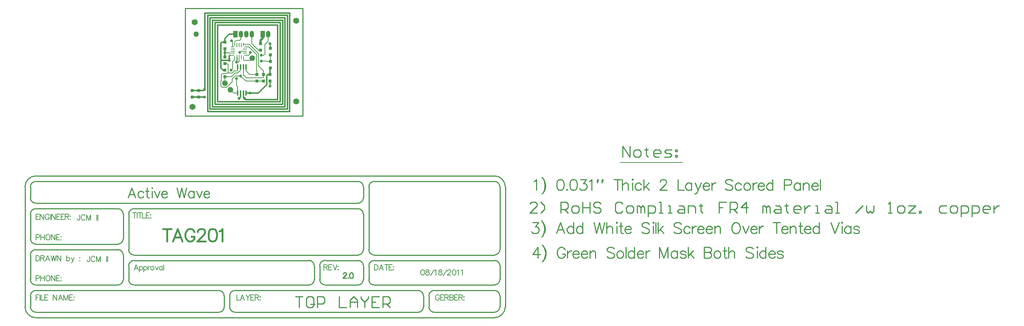
<source format=gtl>
%FSLAX25Y25*%
%MOIN*%
G70*
G01*
G75*
G04 Layer_Physical_Order=1*
G04 Layer_Color=255*
%ADD10R,0.03000X0.03000*%
%ADD11C,0.05000*%
%ADD12R,0.01550X0.05000*%
G04:AMPARAMS|DCode=13|XSize=39.37mil|YSize=9.84mil|CornerRadius=2.46mil|HoleSize=0mil|Usage=FLASHONLY|Rotation=0.000|XOffset=0mil|YOffset=0mil|HoleType=Round|Shape=RoundedRectangle|*
%AMROUNDEDRECTD13*
21,1,0.03937,0.00492,0,0,0.0*
21,1,0.03445,0.00984,0,0,0.0*
1,1,0.00492,0.01722,-0.00246*
1,1,0.00492,-0.01722,-0.00246*
1,1,0.00492,-0.01722,0.00246*
1,1,0.00492,0.01722,0.00246*
%
%ADD13ROUNDEDRECTD13*%
G04:AMPARAMS|DCode=14|XSize=39.37mil|YSize=9.84mil|CornerRadius=2.46mil|HoleSize=0mil|Usage=FLASHONLY|Rotation=90.000|XOffset=0mil|YOffset=0mil|HoleType=Round|Shape=RoundedRectangle|*
%AMROUNDEDRECTD14*
21,1,0.03937,0.00492,0,0,90.0*
21,1,0.03445,0.00984,0,0,90.0*
1,1,0.00492,0.00246,0.01722*
1,1,0.00492,0.00246,-0.01722*
1,1,0.00492,-0.00246,-0.01722*
1,1,0.00492,-0.00246,0.01722*
%
%ADD14ROUNDEDRECTD14*%
G04:AMPARAMS|DCode=15|XSize=25.59mil|YSize=9.84mil|CornerRadius=0mil|HoleSize=0mil|Usage=FLASHONLY|Rotation=90.000|XOffset=0mil|YOffset=0mil|HoleType=Round|Shape=Octagon|*
%AMOCTAGOND15*
4,1,8,0.00246,0.01280,-0.00246,0.01280,-0.00492,0.01034,-0.00492,-0.01034,-0.00246,-0.01280,0.00246,-0.01280,0.00492,-0.01034,0.00492,0.01034,0.00246,0.01280,0.0*
%
%ADD15OCTAGOND15*%

G04:AMPARAMS|DCode=16|XSize=25.59mil|YSize=9.84mil|CornerRadius=0mil|HoleSize=0mil|Usage=FLASHONLY|Rotation=180.000|XOffset=0mil|YOffset=0mil|HoleType=Round|Shape=Octagon|*
%AMOCTAGOND16*
4,1,8,-0.01280,0.00246,-0.01280,-0.00246,-0.01034,-0.00492,0.01034,-0.00492,0.01280,-0.00246,0.01280,0.00246,0.01034,0.00492,-0.01034,0.00492,-0.01280,0.00246,0.0*
%
%ADD16OCTAGOND16*%

%ADD17C,0.01000*%
%ADD18C,0.00800*%
%ADD19C,0.01200*%
%ADD20C,0.02000*%
%ADD21C,0.00500*%
%ADD22C,0.01500*%
%ADD23C,0.00900*%
%ADD24C,0.05200*%
%ADD25R,0.04000X0.06200*%
%ADD26O,0.04000X0.06200*%
%ADD27C,0.05500*%
%ADD28C,0.02600*%
D10*
X6500Y23500D02*
D03*
Y17500D02*
D03*
X12500D02*
D03*
Y23500D02*
D03*
X69000Y66500D02*
D03*
Y60500D02*
D03*
X77900Y38000D02*
D03*
Y32000D02*
D03*
X78000Y50000D02*
D03*
Y44000D02*
D03*
Y56000D02*
D03*
Y62000D02*
D03*
X65900Y32000D02*
D03*
Y38000D02*
D03*
X36400Y48000D02*
D03*
Y54000D02*
D03*
X71900Y32000D02*
D03*
Y38000D02*
D03*
X36500Y42000D02*
D03*
Y36000D02*
D03*
X36400Y67700D02*
D03*
Y61700D02*
D03*
D11*
X10000Y75000D02*
D03*
D12*
X48160Y45000D02*
D03*
X50750D02*
D03*
X53250D02*
D03*
X55840D02*
D03*
Y21000D02*
D03*
X53250D02*
D03*
X50750D02*
D03*
X48160D02*
D03*
D13*
X43900Y59500D02*
D03*
Y61468D02*
D03*
Y57531D02*
D03*
X54805Y61468D02*
D03*
Y59500D02*
D03*
Y57531D02*
D03*
D14*
X51368Y64906D02*
D03*
X49400D02*
D03*
X47431D02*
D03*
X51368Y54000D02*
D03*
X47431D02*
D03*
X49400D02*
D03*
D15*
X53337Y65602D02*
D03*
X45463D02*
D03*
X53337Y53398D02*
D03*
X45463D02*
D03*
D16*
X55502Y63437D02*
D03*
X43298D02*
D03*
X55502Y55563D02*
D03*
X43298D02*
D03*
D17*
X47431Y49931D02*
Y54000D01*
X77900Y27500D02*
Y32000D01*
X47000Y49500D02*
X47431Y49931D01*
X77900Y62100D02*
Y66500D01*
Y62100D02*
X78000Y62000D01*
X101200Y-165503D02*
X107864D01*
X104532D01*
Y-175500D01*
X116195Y-165503D02*
X112863D01*
X111197Y-167169D01*
Y-173834D01*
X112863Y-175500D01*
X116195D01*
X117861Y-173834D01*
Y-167169D01*
X116195Y-165503D01*
X121194Y-175500D02*
Y-165503D01*
X126192D01*
X127858Y-167169D01*
Y-170502D01*
X126192Y-172168D01*
X121194D01*
X141187Y-165503D02*
Y-175500D01*
X147852D01*
X151184D02*
Y-168835D01*
X154516Y-165503D01*
X157848Y-168835D01*
Y-175500D01*
Y-170502D01*
X151184D01*
X161181Y-165503D02*
Y-167169D01*
X164513Y-170502D01*
X167845Y-167169D01*
Y-165503D01*
X164513Y-170502D02*
Y-175500D01*
X177842Y-165503D02*
X171177D01*
Y-175500D01*
X177842D01*
X171177Y-170502D02*
X174510D01*
X181174Y-175500D02*
Y-165503D01*
X186172D01*
X187839Y-167169D01*
Y-170502D01*
X186172Y-172168D01*
X181174D01*
X184506D02*
X187839Y-175500D01*
X0Y98803D02*
X107753D01*
Y-100D02*
Y98803D01*
X114695Y-172498D02*
X118632D01*
X0Y-100D02*
Y98800D01*
Y-100D02*
X107753D01*
X288306Y-137340D02*
G03*
X283406Y-132440I-4900J0D01*
G01*
X173240Y-132514D02*
G03*
X168240Y-137514I0J-5000D01*
G01*
X283306Y-127440D02*
G03*
X288306Y-122440I0J5000D01*
G01*
X168240Y-122514D02*
G03*
X173240Y-127514I5000J0D01*
G01*
X-136760Y-55014D02*
G03*
X-146760Y-65014I0J-10000D01*
G01*
Y-174914D02*
G03*
X-136837Y-185012I10100J0D01*
G01*
X293238Y-64957D02*
G03*
X283238Y-54957I-10000J0D01*
G01*
X288238Y-64857D02*
G03*
X283167Y-59960I-4900J0D01*
G01*
X283306Y-154940D02*
G03*
X288306Y-149940I0J5000D01*
G01*
X288240Y-164927D02*
G03*
X283240Y-160013I-5000J-87D01*
G01*
X158240Y-155014D02*
G03*
X163240Y-150014I0J5000D01*
G01*
X168240Y-150114D02*
G03*
X173225Y-155013I4900J0D01*
G01*
X163240Y-137414D02*
G03*
X158340Y-132514I-4900J0D01*
G01*
X-141760Y-175014D02*
G03*
X-136848Y-180013I5000J0D01*
G01*
X158327Y-127514D02*
G03*
X163241Y-122514I-87J5000D01*
G01*
X-136760Y-160014D02*
G03*
X-141760Y-165014I0J-5000D01*
G01*
X163240Y-90014D02*
G03*
X158240Y-85014I-5000J0D01*
G01*
Y-80014D02*
G03*
X163240Y-75014I0J5000D01*
G01*
X173240Y-60014D02*
G03*
X168240Y-65014I0J-5000D01*
G01*
X163240Y-65014D02*
G03*
X158240Y-60014I-5000J0D01*
G01*
X-136760Y-60014D02*
G03*
X-141760Y-65014I0J-5000D01*
G01*
Y-75014D02*
G03*
X-136760Y-80014I5000J0D01*
G01*
Y-85014D02*
G03*
X-141760Y-90014I0J-5000D01*
G01*
Y-112514D02*
G03*
X-136760Y-117514I5000J0D01*
G01*
Y-122514D02*
G03*
X-141760Y-127514I0J-5000D01*
G01*
X-141760Y-150014D02*
G03*
X-136848Y-155013I5000J0D01*
G01*
X-46760Y-85014D02*
G03*
X-51760Y-90014I0J-5000D01*
G01*
X-46760Y-132514D02*
G03*
X-51760Y-137514I0J-5000D01*
G01*
X128040Y-132514D02*
G03*
X123246Y-137565I0J-4800D01*
G01*
X123240Y-149914D02*
G03*
X128251Y-155013I5100J0D01*
G01*
X113340Y-155014D02*
G03*
X118239Y-150029I0J4900D01*
G01*
X118240Y-137414D02*
G03*
X113340Y-132514I-4900J0D01*
G01*
X-61660Y-155014D02*
G03*
X-56760Y-150114I0J4900D01*
G01*
X-51760D02*
G03*
X-46860Y-155014I4900J0D01*
G01*
X-51760Y-122614D02*
G03*
X-46860Y-127514I4900J0D01*
G01*
X-56760Y-127414D02*
G03*
X-61831Y-122517I-4900J0D01*
G01*
X-61560Y-117514D02*
G03*
X-56760Y-112714I0J4800D01*
G01*
Y-89914D02*
G03*
X-61660Y-85014I-4900J0D01*
G01*
X228240Y-160014D02*
G03*
X223240Y-165014I0J-5000D01*
G01*
Y-175114D02*
G03*
X228225Y-180013I4900J0D01*
G01*
X213356Y-180014D02*
G03*
X218238Y-175047I84J4800D01*
G01*
X218240Y-165014D02*
G03*
X213240Y-160014I-5000J0D01*
G01*
X40740Y-175014D02*
G03*
X45652Y-180013I5000J0D01*
G01*
X45740Y-160014D02*
G03*
X40740Y-165014I0J-5000D01*
G01*
X30856Y-180014D02*
G03*
X35738Y-175047I84J4800D01*
G01*
X35740Y-165014D02*
G03*
X30740Y-160014I-5000J0D01*
G01*
X283240Y-180014D02*
G03*
X288240Y-175014I0J5000D01*
G01*
X283240Y-185014D02*
G03*
X293240Y-175014I0J10000D01*
G01*
X45740Y-180014D02*
X213240D01*
X-136760Y-180014D02*
X30740D01*
X-136760Y-160014D02*
X30740D01*
X45740D02*
X213240D01*
X228240Y-180014D02*
X283240D01*
X228240Y-160014D02*
X283240D01*
X-136760Y-60014D02*
X158240D01*
X-136760Y-185014D02*
X283240D01*
X-136760Y-155014D02*
X-61760D01*
X-136760Y-122514D02*
X-61760D01*
X-136760Y-117514D02*
X-61760D01*
X-136760Y-85014D02*
X-61760D01*
X-136760Y-80014D02*
X158240D01*
X-46760Y-85014D02*
X158240D01*
X-46760Y-132514D02*
X113240D01*
X-46760Y-155014D02*
X113240D01*
X128240D02*
X158240D01*
X128240Y-132514D02*
X158240D01*
X173240Y-155014D02*
X283240D01*
X173240Y-60014D02*
X283240D01*
X-46760Y-127514D02*
X158240D01*
X173240D02*
X283240D01*
X173240Y-132514D02*
X283240D01*
X35740Y-175014D02*
Y-165014D01*
X40740Y-175014D02*
Y-165014D01*
X218240Y-175014D02*
Y-165014D01*
X223240Y-175014D02*
Y-165014D01*
X293240Y-175014D02*
Y-65014D01*
X-141760Y-150014D02*
Y-127514D01*
X-56760Y-150014D02*
Y-127514D01*
X-141760Y-112514D02*
Y-90014D01*
X-56760Y-112514D02*
Y-90014D01*
X-141760Y-75014D02*
Y-65014D01*
X163240Y-75014D02*
Y-65014D01*
Y-122514D02*
Y-90014D01*
X-51760Y-122514D02*
Y-90014D01*
X118240Y-150014D02*
Y-137514D01*
X-51760Y-150014D02*
Y-137514D01*
X123240Y-150014D02*
Y-137514D01*
X163240Y-150014D02*
Y-137514D01*
X-141760Y-175014D02*
Y-165014D01*
X-146760Y-175014D02*
Y-65014D01*
X168240Y-122514D02*
Y-65014D01*
X288240Y-122514D02*
Y-65014D01*
X168240Y-150014D02*
Y-137514D01*
X288306Y-149940D02*
Y-137340D01*
X-136760Y-55014D02*
X283240D01*
X288240Y-175014D02*
Y-165014D01*
X323027Y-120328D02*
X318266Y-126993D01*
X325408D01*
X323027Y-120328D02*
Y-130326D01*
X327169Y-118424D02*
X328121Y-119376D01*
X329073Y-120804D01*
X330026Y-122709D01*
X330502Y-125089D01*
Y-126993D01*
X330026Y-129374D01*
X329073Y-131278D01*
X328121Y-132706D01*
X327169Y-133659D01*
X328121Y-119376D02*
X329073Y-121280D01*
X329549Y-122709D01*
X330026Y-125089D01*
Y-126993D01*
X329549Y-129374D01*
X329073Y-130802D01*
X328121Y-132706D01*
X347926Y-122709D02*
X347450Y-121756D01*
X346498Y-120804D01*
X345546Y-120328D01*
X343642D01*
X342689Y-120804D01*
X341737Y-121756D01*
X341261Y-122709D01*
X340785Y-124137D01*
Y-126517D01*
X341261Y-127945D01*
X341737Y-128898D01*
X342689Y-129850D01*
X343642Y-130326D01*
X345546D01*
X346498Y-129850D01*
X347450Y-128898D01*
X347926Y-127945D01*
Y-126517D01*
X345546D02*
X347926D01*
X350212Y-123661D02*
Y-130326D01*
Y-126517D02*
X350688Y-125089D01*
X351640Y-124137D01*
X352592Y-123661D01*
X354020D01*
X354925Y-126517D02*
X360638D01*
Y-125565D01*
X360162Y-124613D01*
X359686Y-124137D01*
X358734Y-123661D01*
X357305D01*
X356353Y-124137D01*
X355401Y-125089D01*
X354925Y-126517D01*
Y-127470D01*
X355401Y-128898D01*
X356353Y-129850D01*
X357305Y-130326D01*
X358734D01*
X359686Y-129850D01*
X360638Y-128898D01*
X362780Y-126517D02*
X368494D01*
Y-125565D01*
X368017Y-124613D01*
X367541Y-124137D01*
X366589Y-123661D01*
X365161D01*
X364209Y-124137D01*
X363257Y-125089D01*
X362780Y-126517D01*
Y-127470D01*
X363257Y-128898D01*
X364209Y-129850D01*
X365161Y-130326D01*
X366589D01*
X367541Y-129850D01*
X368494Y-128898D01*
X370636Y-123661D02*
Y-130326D01*
Y-125565D02*
X372064Y-124137D01*
X373016Y-123661D01*
X374445D01*
X375397Y-124137D01*
X375873Y-125565D01*
Y-130326D01*
X393012Y-121756D02*
X392060Y-120804D01*
X390632Y-120328D01*
X388727D01*
X387299Y-120804D01*
X386347Y-121756D01*
Y-122709D01*
X386823Y-123661D01*
X387299Y-124137D01*
X388251Y-124613D01*
X391108Y-125565D01*
X392060Y-126041D01*
X392536Y-126517D01*
X393012Y-127470D01*
Y-128898D01*
X392060Y-129850D01*
X390632Y-130326D01*
X388727D01*
X387299Y-129850D01*
X386347Y-128898D01*
X397630Y-123661D02*
X396678Y-124137D01*
X395726Y-125089D01*
X395250Y-126517D01*
Y-127470D01*
X395726Y-128898D01*
X396678Y-129850D01*
X397630Y-130326D01*
X399058D01*
X400010Y-129850D01*
X400963Y-128898D01*
X401439Y-127470D01*
Y-126517D01*
X400963Y-125089D01*
X400010Y-124137D01*
X399058Y-123661D01*
X397630D01*
X403629Y-120328D02*
Y-130326D01*
X411437Y-120328D02*
Y-130326D01*
Y-125089D02*
X410485Y-124137D01*
X409532Y-123661D01*
X408104D01*
X407152Y-124137D01*
X406200Y-125089D01*
X405724Y-126517D01*
Y-127470D01*
X406200Y-128898D01*
X407152Y-129850D01*
X408104Y-130326D01*
X409532D01*
X410485Y-129850D01*
X411437Y-128898D01*
X414103Y-126517D02*
X419816D01*
Y-125565D01*
X419340Y-124613D01*
X418864Y-124137D01*
X417911Y-123661D01*
X416483D01*
X415531Y-124137D01*
X414579Y-125089D01*
X414103Y-126517D01*
Y-127470D01*
X414579Y-128898D01*
X415531Y-129850D01*
X416483Y-130326D01*
X417911D01*
X418864Y-129850D01*
X419816Y-128898D01*
X421958Y-123661D02*
Y-130326D01*
Y-126517D02*
X422434Y-125089D01*
X423386Y-124137D01*
X424339Y-123661D01*
X425767D01*
X434527Y-120328D02*
Y-130326D01*
Y-120328D02*
X438336Y-130326D01*
X442144Y-120328D02*
X438336Y-130326D01*
X442144Y-120328D02*
Y-130326D01*
X450714Y-123661D02*
Y-130326D01*
Y-125089D02*
X449762Y-124137D01*
X448810Y-123661D01*
X447381D01*
X446429Y-124137D01*
X445477Y-125089D01*
X445001Y-126517D01*
Y-127470D01*
X445477Y-128898D01*
X446429Y-129850D01*
X447381Y-130326D01*
X448810D01*
X449762Y-129850D01*
X450714Y-128898D01*
X458617Y-125089D02*
X458141Y-124137D01*
X456713Y-123661D01*
X455284D01*
X453856Y-124137D01*
X453380Y-125089D01*
X453856Y-126041D01*
X454808Y-126517D01*
X457189Y-126993D01*
X458141Y-127470D01*
X458617Y-128422D01*
Y-128898D01*
X458141Y-129850D01*
X456713Y-130326D01*
X455284D01*
X453856Y-129850D01*
X453380Y-128898D01*
X460712Y-120328D02*
Y-130326D01*
X465473Y-123661D02*
X460712Y-128422D01*
X462616Y-126517D02*
X465949Y-130326D01*
X475375Y-120328D02*
Y-130326D01*
Y-120328D02*
X479660D01*
X481088Y-120804D01*
X481565Y-121280D01*
X482041Y-122232D01*
Y-123185D01*
X481565Y-124137D01*
X481088Y-124613D01*
X479660Y-125089D01*
X475375D02*
X479660D01*
X481088Y-125565D01*
X481565Y-126041D01*
X482041Y-126993D01*
Y-128422D01*
X481565Y-129374D01*
X481088Y-129850D01*
X479660Y-130326D01*
X475375D01*
X486659Y-123661D02*
X485707Y-124137D01*
X484754Y-125089D01*
X484278Y-126517D01*
Y-127470D01*
X484754Y-128898D01*
X485707Y-129850D01*
X486659Y-130326D01*
X488087D01*
X489039Y-129850D01*
X489991Y-128898D01*
X490467Y-127470D01*
Y-126517D01*
X489991Y-125089D01*
X489039Y-124137D01*
X488087Y-123661D01*
X486659D01*
X494086Y-120328D02*
Y-128422D01*
X494562Y-129850D01*
X495514Y-130326D01*
X496466D01*
X492657Y-123661D02*
X495990D01*
X497894Y-120328D02*
Y-130326D01*
Y-125565D02*
X499323Y-124137D01*
X500275Y-123661D01*
X501703D01*
X502655Y-124137D01*
X503131Y-125565D01*
Y-130326D01*
X520270Y-121756D02*
X519318Y-120804D01*
X517890Y-120328D01*
X515986D01*
X514557Y-120804D01*
X513605Y-121756D01*
Y-122709D01*
X514081Y-123661D01*
X514557Y-124137D01*
X515510Y-124613D01*
X518366Y-125565D01*
X519318Y-126041D01*
X519794Y-126517D01*
X520270Y-127470D01*
Y-128898D01*
X519318Y-129850D01*
X517890Y-130326D01*
X515986D01*
X514557Y-129850D01*
X513605Y-128898D01*
X523460Y-120328D02*
X523936Y-120804D01*
X524412Y-120328D01*
X523936Y-119852D01*
X523460Y-120328D01*
X523936Y-123661D02*
Y-130326D01*
X531887Y-120328D02*
Y-130326D01*
Y-125089D02*
X530935Y-124137D01*
X529983Y-123661D01*
X528554D01*
X527602Y-124137D01*
X526650Y-125089D01*
X526174Y-126517D01*
Y-127470D01*
X526650Y-128898D01*
X527602Y-129850D01*
X528554Y-130326D01*
X529983D01*
X530935Y-129850D01*
X531887Y-128898D01*
X534553Y-126517D02*
X540266D01*
Y-125565D01*
X539790Y-124613D01*
X539314Y-124137D01*
X538362Y-123661D01*
X536934D01*
X535981Y-124137D01*
X535029Y-125089D01*
X534553Y-126517D01*
Y-127470D01*
X535029Y-128898D01*
X535981Y-129850D01*
X536934Y-130326D01*
X538362D01*
X539314Y-129850D01*
X540266Y-128898D01*
X547646Y-125089D02*
X547169Y-124137D01*
X545741Y-123661D01*
X544313D01*
X542885Y-124137D01*
X542409Y-125089D01*
X542885Y-126041D01*
X543837Y-126517D01*
X546217Y-126993D01*
X547169Y-127470D01*
X547646Y-128422D01*
Y-128898D01*
X547169Y-129850D01*
X545741Y-130326D01*
X544313D01*
X542885Y-129850D01*
X542409Y-128898D01*
X400874Y-37626D02*
Y-27629D01*
X407538Y-37626D01*
Y-27629D01*
X412537Y-37626D02*
X415869D01*
X417535Y-35960D01*
Y-32628D01*
X415869Y-30962D01*
X412537D01*
X410871Y-32628D01*
Y-35960D01*
X412537Y-37626D01*
X422533Y-29295D02*
Y-30962D01*
X420867D01*
X424199D01*
X422533D01*
Y-35960D01*
X424199Y-37626D01*
X434196D02*
X430864D01*
X429198Y-35960D01*
Y-32628D01*
X430864Y-30962D01*
X434196D01*
X435862Y-32628D01*
Y-34294D01*
X429198D01*
X439195Y-37626D02*
X444193D01*
X445859Y-35960D01*
X444193Y-34294D01*
X440861D01*
X439195Y-32628D01*
X440861Y-30962D01*
X445859D01*
X449192D02*
X450858D01*
Y-32628D01*
X449192D01*
Y-30962D01*
Y-35960D02*
X450858D01*
Y-37626D01*
X449192D01*
Y-35960D01*
X319372Y-60042D02*
X320324Y-59566D01*
X321753Y-58138D01*
Y-68135D01*
X326704Y-56233D02*
X327656Y-57185D01*
X328608Y-58614D01*
X329560Y-60518D01*
X330037Y-62898D01*
Y-64803D01*
X329560Y-67183D01*
X328608Y-69087D01*
X327656Y-70516D01*
X326704Y-71468D01*
X327656Y-57185D02*
X328608Y-59090D01*
X329084Y-60518D01*
X329560Y-62898D01*
Y-64803D01*
X329084Y-67183D01*
X328608Y-68611D01*
X327656Y-70516D01*
X343177Y-58138D02*
X341748Y-58614D01*
X340796Y-60042D01*
X340320Y-62422D01*
Y-63850D01*
X340796Y-66231D01*
X341748Y-67659D01*
X343177Y-68135D01*
X344129D01*
X345557Y-67659D01*
X346509Y-66231D01*
X346985Y-63850D01*
Y-62422D01*
X346509Y-60042D01*
X345557Y-58614D01*
X344129Y-58138D01*
X343177D01*
X349699Y-67183D02*
X349223Y-67659D01*
X349699Y-68135D01*
X350175Y-67659D01*
X349699Y-67183D01*
X355222Y-58138D02*
X353793Y-58614D01*
X352841Y-60042D01*
X352365Y-62422D01*
Y-63850D01*
X352841Y-66231D01*
X353793Y-67659D01*
X355222Y-68135D01*
X356174D01*
X357602Y-67659D01*
X358554Y-66231D01*
X359030Y-63850D01*
Y-62422D01*
X358554Y-60042D01*
X357602Y-58614D01*
X356174Y-58138D01*
X355222D01*
X362220D02*
X367457D01*
X364601Y-61946D01*
X366029D01*
X366981Y-62422D01*
X367457Y-62898D01*
X367933Y-64327D01*
Y-65279D01*
X367457Y-66707D01*
X366505Y-67659D01*
X365077Y-68135D01*
X363648D01*
X362220Y-67659D01*
X361744Y-67183D01*
X361268Y-66231D01*
X370171Y-60042D02*
X371123Y-59566D01*
X372551Y-58138D01*
Y-68135D01*
X377979Y-58138D02*
X377503Y-58614D01*
Y-61470D01*
X377979Y-58614D02*
X377503Y-61470D01*
X377979Y-58138D02*
X378455Y-58614D01*
X377503Y-61470D01*
X382263Y-58138D02*
X381787Y-58614D01*
Y-61470D01*
X382263Y-58614D02*
X381787Y-61470D01*
X382263Y-58138D02*
X382740Y-58614D01*
X381787Y-61470D01*
X396022Y-58138D02*
Y-68135D01*
X392690Y-58138D02*
X399355D01*
X400545D02*
Y-68135D01*
Y-63374D02*
X401973Y-61946D01*
X402926Y-61470D01*
X404354D01*
X405306Y-61946D01*
X405782Y-63374D01*
Y-68135D01*
X409353Y-58138D02*
X409829Y-58614D01*
X410305Y-58138D01*
X409829Y-57661D01*
X409353Y-58138D01*
X409829Y-61470D02*
Y-68135D01*
X417780Y-62898D02*
X416827Y-61946D01*
X415875Y-61470D01*
X414447D01*
X413495Y-61946D01*
X412543Y-62898D01*
X412067Y-64327D01*
Y-65279D01*
X412543Y-66707D01*
X413495Y-67659D01*
X414447Y-68135D01*
X415875D01*
X416827Y-67659D01*
X417780Y-66707D01*
X419922Y-58138D02*
Y-68135D01*
X424683Y-61470D02*
X419922Y-66231D01*
X421826Y-64327D02*
X425159Y-68135D01*
X435062Y-60518D02*
Y-60042D01*
X435538Y-59090D01*
X436014Y-58614D01*
X436966Y-58138D01*
X438870D01*
X439823Y-58614D01*
X440299Y-59090D01*
X440775Y-60042D01*
Y-60994D01*
X440299Y-61946D01*
X439347Y-63374D01*
X434586Y-68135D01*
X441251D01*
X451344Y-58138D02*
Y-68135D01*
X457057D01*
X463865Y-61470D02*
Y-68135D01*
Y-62898D02*
X462913Y-61946D01*
X461961Y-61470D01*
X460532D01*
X459580Y-61946D01*
X458628Y-62898D01*
X458152Y-64327D01*
Y-65279D01*
X458628Y-66707D01*
X459580Y-67659D01*
X460532Y-68135D01*
X461961D01*
X462913Y-67659D01*
X463865Y-66707D01*
X467007Y-61470D02*
X469864Y-68135D01*
X472720Y-61470D02*
X469864Y-68135D01*
X468912Y-70040D01*
X467959Y-70992D01*
X467007Y-71468D01*
X466531D01*
X474387Y-64327D02*
X480100D01*
Y-63374D01*
X479624Y-62422D01*
X479147Y-61946D01*
X478195Y-61470D01*
X476767D01*
X475815Y-61946D01*
X474863Y-62898D01*
X474387Y-64327D01*
Y-65279D01*
X474863Y-66707D01*
X475815Y-67659D01*
X476767Y-68135D01*
X478195D01*
X479147Y-67659D01*
X480100Y-66707D01*
X482242Y-61470D02*
Y-68135D01*
Y-64327D02*
X482718Y-62898D01*
X483670Y-61946D01*
X484622Y-61470D01*
X486051D01*
X501476Y-59566D02*
X500524Y-58614D01*
X499096Y-58138D01*
X497191D01*
X495763Y-58614D01*
X494811Y-59566D01*
Y-60518D01*
X495287Y-61470D01*
X495763Y-61946D01*
X496715Y-62422D01*
X499572Y-63374D01*
X500524Y-63850D01*
X501000Y-64327D01*
X501476Y-65279D01*
Y-66707D01*
X500524Y-67659D01*
X499096Y-68135D01*
X497191D01*
X495763Y-67659D01*
X494811Y-66707D01*
X509427Y-62898D02*
X508474Y-61946D01*
X507522Y-61470D01*
X506094D01*
X505142Y-61946D01*
X504190Y-62898D01*
X503714Y-64327D01*
Y-65279D01*
X504190Y-66707D01*
X505142Y-67659D01*
X506094Y-68135D01*
X507522D01*
X508474Y-67659D01*
X509427Y-66707D01*
X513949Y-61470D02*
X512997Y-61946D01*
X512045Y-62898D01*
X511569Y-64327D01*
Y-65279D01*
X512045Y-66707D01*
X512997Y-67659D01*
X513949Y-68135D01*
X515378D01*
X516330Y-67659D01*
X517282Y-66707D01*
X517758Y-65279D01*
Y-64327D01*
X517282Y-62898D01*
X516330Y-61946D01*
X515378Y-61470D01*
X513949D01*
X519948D02*
Y-68135D01*
Y-64327D02*
X520424Y-62898D01*
X521377Y-61946D01*
X522329Y-61470D01*
X523757D01*
X524661Y-64327D02*
X530375D01*
Y-63374D01*
X529899Y-62422D01*
X529422Y-61946D01*
X528470Y-61470D01*
X527042D01*
X526090Y-61946D01*
X525138Y-62898D01*
X524661Y-64327D01*
Y-65279D01*
X525138Y-66707D01*
X526090Y-67659D01*
X527042Y-68135D01*
X528470D01*
X529422Y-67659D01*
X530375Y-66707D01*
X538230Y-58138D02*
Y-68135D01*
Y-62898D02*
X537278Y-61946D01*
X536326Y-61470D01*
X534898D01*
X533945Y-61946D01*
X532993Y-62898D01*
X532517Y-64327D01*
Y-65279D01*
X532993Y-66707D01*
X533945Y-67659D01*
X534898Y-68135D01*
X536326D01*
X537278Y-67659D01*
X538230Y-66707D01*
X548752Y-63374D02*
X553036D01*
X554465Y-62898D01*
X554941Y-62422D01*
X555417Y-61470D01*
Y-60042D01*
X554941Y-59090D01*
X554465Y-58614D01*
X553036Y-58138D01*
X548752D01*
Y-68135D01*
X563368Y-61470D02*
Y-68135D01*
Y-62898D02*
X562415Y-61946D01*
X561463Y-61470D01*
X560035D01*
X559083Y-61946D01*
X558131Y-62898D01*
X557654Y-64327D01*
Y-65279D01*
X558131Y-66707D01*
X559083Y-67659D01*
X560035Y-68135D01*
X561463D01*
X562415Y-67659D01*
X563368Y-66707D01*
X566034Y-61470D02*
Y-68135D01*
Y-63374D02*
X567462Y-61946D01*
X568414Y-61470D01*
X569842D01*
X570794Y-61946D01*
X571271Y-63374D01*
Y-68135D01*
X573889Y-64327D02*
X579602D01*
Y-63374D01*
X579126Y-62422D01*
X578650Y-61946D01*
X577698Y-61470D01*
X576269D01*
X575317Y-61946D01*
X574365Y-62898D01*
X573889Y-64327D01*
Y-65279D01*
X574365Y-66707D01*
X575317Y-67659D01*
X576269Y-68135D01*
X577698D01*
X578650Y-67659D01*
X579602Y-66707D01*
X581745Y-58138D02*
Y-68135D01*
X318352Y-97802D02*
X323589D01*
X320733Y-101611D01*
X322161D01*
X323113Y-102087D01*
X323589Y-102563D01*
X324065Y-103991D01*
Y-104944D01*
X323589Y-106372D01*
X322637Y-107324D01*
X321209Y-107800D01*
X319780D01*
X318352Y-107324D01*
X317876Y-106848D01*
X317400Y-105896D01*
X326303Y-95898D02*
X327255Y-96850D01*
X328207Y-98278D01*
X329159Y-100183D01*
X329636Y-102563D01*
Y-104467D01*
X329159Y-106848D01*
X328207Y-108752D01*
X327255Y-110180D01*
X326303Y-111133D01*
X327255Y-96850D02*
X328207Y-98754D01*
X328683Y-100183D01*
X329159Y-102563D01*
Y-104467D01*
X328683Y-106848D01*
X328207Y-108276D01*
X327255Y-110180D01*
X347536Y-107800D02*
X343728Y-97802D01*
X339919Y-107800D01*
X341347Y-104467D02*
X346108D01*
X355582Y-97802D02*
Y-107800D01*
Y-102563D02*
X354630Y-101611D01*
X353678Y-101135D01*
X352250D01*
X351297Y-101611D01*
X350345Y-102563D01*
X349869Y-103991D01*
Y-104944D01*
X350345Y-106372D01*
X351297Y-107324D01*
X352250Y-107800D01*
X353678D01*
X354630Y-107324D01*
X355582Y-106372D01*
X363962Y-97802D02*
Y-107800D01*
Y-102563D02*
X363009Y-101611D01*
X362057Y-101135D01*
X360629D01*
X359677Y-101611D01*
X358724Y-102563D01*
X358248Y-103991D01*
Y-104944D01*
X358724Y-106372D01*
X359677Y-107324D01*
X360629Y-107800D01*
X362057D01*
X363009Y-107324D01*
X363962Y-106372D01*
X374483Y-97802D02*
X376864Y-107800D01*
X379244Y-97802D02*
X376864Y-107800D01*
X379244Y-97802D02*
X381624Y-107800D01*
X384005Y-97802D02*
X381624Y-107800D01*
X386004Y-97802D02*
Y-107800D01*
Y-103039D02*
X387433Y-101611D01*
X388385Y-101135D01*
X389813D01*
X390765Y-101611D01*
X391241Y-103039D01*
Y-107800D01*
X394812Y-97802D02*
X395288Y-98278D01*
X395764Y-97802D01*
X395288Y-97326D01*
X394812Y-97802D01*
X395288Y-101135D02*
Y-107800D01*
X398954Y-97802D02*
Y-105896D01*
X399430Y-107324D01*
X400382Y-107800D01*
X401334D01*
X397526Y-101135D02*
X400858D01*
X402763Y-103991D02*
X408476D01*
Y-103039D01*
X408000Y-102087D01*
X407523Y-101611D01*
X406571Y-101135D01*
X405143D01*
X404191Y-101611D01*
X403239Y-102563D01*
X402763Y-103991D01*
Y-104944D01*
X403239Y-106372D01*
X404191Y-107324D01*
X405143Y-107800D01*
X406571D01*
X407523Y-107324D01*
X408476Y-106372D01*
X425139Y-99230D02*
X424187Y-98278D01*
X422758Y-97802D01*
X420854D01*
X419426Y-98278D01*
X418474Y-99230D01*
Y-100183D01*
X418950Y-101135D01*
X419426Y-101611D01*
X420378Y-102087D01*
X423235Y-103039D01*
X424187Y-103515D01*
X424663Y-103991D01*
X425139Y-104944D01*
Y-106372D01*
X424187Y-107324D01*
X422758Y-107800D01*
X420854D01*
X419426Y-107324D01*
X418474Y-106372D01*
X428329Y-97802D02*
X428805Y-98278D01*
X429281Y-97802D01*
X428805Y-97326D01*
X428329Y-97802D01*
X428805Y-101135D02*
Y-107800D01*
X431042Y-97802D02*
Y-107800D01*
X433137Y-97802D02*
Y-107800D01*
X437898Y-101135D02*
X433137Y-105896D01*
X435041Y-103991D02*
X438374Y-107800D01*
X454466Y-99230D02*
X453514Y-98278D01*
X452085Y-97802D01*
X450181D01*
X448753Y-98278D01*
X447801Y-99230D01*
Y-100183D01*
X448277Y-101135D01*
X448753Y-101611D01*
X449705Y-102087D01*
X452562Y-103039D01*
X453514Y-103515D01*
X453990Y-103991D01*
X454466Y-104944D01*
Y-106372D01*
X453514Y-107324D01*
X452085Y-107800D01*
X450181D01*
X448753Y-107324D01*
X447801Y-106372D01*
X462417Y-102563D02*
X461464Y-101611D01*
X460512Y-101135D01*
X459084D01*
X458132Y-101611D01*
X457180Y-102563D01*
X456704Y-103991D01*
Y-104944D01*
X457180Y-106372D01*
X458132Y-107324D01*
X459084Y-107800D01*
X460512D01*
X461464Y-107324D01*
X462417Y-106372D01*
X464559Y-101135D02*
Y-107800D01*
Y-103991D02*
X465035Y-102563D01*
X465987Y-101611D01*
X466939Y-101135D01*
X468368D01*
X469272Y-103991D02*
X474985D01*
Y-103039D01*
X474509Y-102087D01*
X474033Y-101611D01*
X473081Y-101135D01*
X471653D01*
X470701Y-101611D01*
X469748Y-102563D01*
X469272Y-103991D01*
Y-104944D01*
X469748Y-106372D01*
X470701Y-107324D01*
X471653Y-107800D01*
X473081D01*
X474033Y-107324D01*
X474985Y-106372D01*
X477128Y-103991D02*
X482841D01*
Y-103039D01*
X482365Y-102087D01*
X481889Y-101611D01*
X480936Y-101135D01*
X479508D01*
X478556Y-101611D01*
X477604Y-102563D01*
X477128Y-103991D01*
Y-104944D01*
X477604Y-106372D01*
X478556Y-107324D01*
X479508Y-107800D01*
X480936D01*
X481889Y-107324D01*
X482841Y-106372D01*
X484983Y-101135D02*
Y-107800D01*
Y-103039D02*
X486411Y-101611D01*
X487364Y-101135D01*
X488792D01*
X489744Y-101611D01*
X490220Y-103039D01*
Y-107800D01*
X503551Y-97802D02*
X502598Y-98278D01*
X501646Y-99230D01*
X501170Y-100183D01*
X500694Y-101611D01*
Y-103991D01*
X501170Y-105420D01*
X501646Y-106372D01*
X502598Y-107324D01*
X503551Y-107800D01*
X505455D01*
X506407Y-107324D01*
X507359Y-106372D01*
X507835Y-105420D01*
X508312Y-103991D01*
Y-101611D01*
X507835Y-100183D01*
X507359Y-99230D01*
X506407Y-98278D01*
X505455Y-97802D01*
X503551D01*
X510644Y-101135D02*
X513501Y-107800D01*
X516357Y-101135D02*
X513501Y-107800D01*
X517976Y-103991D02*
X523689D01*
Y-103039D01*
X523213Y-102087D01*
X522737Y-101611D01*
X521785Y-101135D01*
X520357D01*
X519404Y-101611D01*
X518452Y-102563D01*
X517976Y-103991D01*
Y-104944D01*
X518452Y-106372D01*
X519404Y-107324D01*
X520357Y-107800D01*
X521785D01*
X522737Y-107324D01*
X523689Y-106372D01*
X525832Y-101135D02*
Y-107800D01*
Y-103991D02*
X526308Y-102563D01*
X527260Y-101611D01*
X528212Y-101135D01*
X529640D01*
X541733Y-97802D02*
Y-107800D01*
X538400Y-97802D02*
X545065D01*
X546256Y-103991D02*
X551969D01*
Y-103039D01*
X551493Y-102087D01*
X551017Y-101611D01*
X550064Y-101135D01*
X548636D01*
X547684Y-101611D01*
X546732Y-102563D01*
X546256Y-103991D01*
Y-104944D01*
X546732Y-106372D01*
X547684Y-107324D01*
X548636Y-107800D01*
X550064D01*
X551017Y-107324D01*
X551969Y-106372D01*
X554111Y-101135D02*
Y-107800D01*
Y-103039D02*
X555540Y-101611D01*
X556492Y-101135D01*
X557920D01*
X558872Y-101611D01*
X559348Y-103039D01*
Y-107800D01*
X563395Y-97802D02*
Y-105896D01*
X563871Y-107324D01*
X564823Y-107800D01*
X565775D01*
X561967Y-101135D02*
X565299D01*
X567204Y-103991D02*
X572917D01*
Y-103039D01*
X572441Y-102087D01*
X571965Y-101611D01*
X571012Y-101135D01*
X569584D01*
X568632Y-101611D01*
X567680Y-102563D01*
X567204Y-103991D01*
Y-104944D01*
X567680Y-106372D01*
X568632Y-107324D01*
X569584Y-107800D01*
X571012D01*
X571965Y-107324D01*
X572917Y-106372D01*
X580772Y-97802D02*
Y-107800D01*
Y-102563D02*
X579820Y-101611D01*
X578868Y-101135D01*
X577439D01*
X576487Y-101611D01*
X575535Y-102563D01*
X575059Y-103991D01*
Y-104944D01*
X575535Y-106372D01*
X576487Y-107324D01*
X577439Y-107800D01*
X578868D01*
X579820Y-107324D01*
X580772Y-106372D01*
X591294Y-97802D02*
X595102Y-107800D01*
X598911Y-97802D02*
X595102Y-107800D01*
X601149Y-97802D02*
X601625Y-98278D01*
X602101Y-97802D01*
X601625Y-97326D01*
X601149Y-97802D01*
X601625Y-101135D02*
Y-107800D01*
X609576Y-101135D02*
Y-107800D01*
Y-102563D02*
X608623Y-101611D01*
X607671Y-101135D01*
X606243D01*
X605291Y-101611D01*
X604339Y-102563D01*
X603862Y-103991D01*
Y-104944D01*
X604339Y-106372D01*
X605291Y-107324D01*
X606243Y-107800D01*
X607671D01*
X608623Y-107324D01*
X609576Y-106372D01*
X617479Y-102563D02*
X617002Y-101611D01*
X615574Y-101135D01*
X614146D01*
X612718Y-101611D01*
X612242Y-102563D01*
X612718Y-103515D01*
X613670Y-103991D01*
X616050Y-104467D01*
X617002Y-104944D01*
X617479Y-105896D01*
Y-106372D01*
X617002Y-107324D01*
X615574Y-107800D01*
X614146D01*
X612718Y-107324D01*
X612242Y-106372D01*
X322463Y-88942D02*
X315798D01*
X322463Y-82278D01*
Y-80612D01*
X320797Y-78946D01*
X317465D01*
X315798Y-80612D01*
X325795Y-88942D02*
X329128Y-85610D01*
Y-82278D01*
X325795Y-78946D01*
X344123Y-88942D02*
Y-78946D01*
X349121D01*
X350787Y-80612D01*
Y-83944D01*
X349121Y-85610D01*
X344123D01*
X347455D02*
X350787Y-88942D01*
X355785D02*
X359118D01*
X360784Y-87276D01*
Y-83944D01*
X359118Y-82278D01*
X355785D01*
X354119Y-83944D01*
Y-87276D01*
X355785Y-88942D01*
X364116Y-78946D02*
Y-88942D01*
Y-83944D01*
X370781D01*
Y-78946D01*
Y-88942D01*
X380777Y-80612D02*
X379111Y-78946D01*
X375779D01*
X374113Y-80612D01*
Y-82278D01*
X375779Y-83944D01*
X379111D01*
X380777Y-85610D01*
Y-87276D01*
X379111Y-88942D01*
X375779D01*
X374113Y-87276D01*
X400771Y-80612D02*
X399105Y-78946D01*
X395773D01*
X394107Y-80612D01*
Y-87276D01*
X395773Y-88942D01*
X399105D01*
X400771Y-87276D01*
X405769Y-88942D02*
X409102D01*
X410768Y-87276D01*
Y-83944D01*
X409102Y-82278D01*
X405769D01*
X404103Y-83944D01*
Y-87276D01*
X405769Y-88942D01*
X414100D02*
Y-82278D01*
X415766D01*
X417432Y-83944D01*
Y-88942D01*
Y-83944D01*
X419098Y-82278D01*
X420764Y-83944D01*
Y-88942D01*
X424097Y-92275D02*
Y-82278D01*
X429095D01*
X430761Y-83944D01*
Y-87276D01*
X429095Y-88942D01*
X424097D01*
X434094D02*
X437426D01*
X435760D01*
Y-78946D01*
X434094D01*
X442424Y-88942D02*
X445756D01*
X444090D01*
Y-82278D01*
X442424D01*
X452421D02*
X455753D01*
X457419Y-83944D01*
Y-88942D01*
X452421D01*
X450755Y-87276D01*
X452421Y-85610D01*
X457419D01*
X460752Y-88942D02*
Y-82278D01*
X465750D01*
X467416Y-83944D01*
Y-88942D01*
X472414Y-80612D02*
Y-82278D01*
X470748D01*
X474081D01*
X472414D01*
Y-87276D01*
X474081Y-88942D01*
X495740Y-78946D02*
X489076D01*
Y-83944D01*
X492408D01*
X489076D01*
Y-88942D01*
X499073D02*
Y-78946D01*
X504071D01*
X505737Y-80612D01*
Y-83944D01*
X504071Y-85610D01*
X499073D01*
X502405D02*
X505737Y-88942D01*
X514068D02*
Y-78946D01*
X509069Y-83944D01*
X515734D01*
X529063Y-88942D02*
Y-82278D01*
X530729D01*
X532395Y-83944D01*
Y-88942D01*
Y-83944D01*
X534061Y-82278D01*
X535727Y-83944D01*
Y-88942D01*
X540726Y-82278D02*
X544058D01*
X545724Y-83944D01*
Y-88942D01*
X540726D01*
X539060Y-87276D01*
X540726Y-85610D01*
X545724D01*
X550723Y-80612D02*
Y-82278D01*
X549056D01*
X552389D01*
X550723D01*
Y-87276D01*
X552389Y-88942D01*
X562385D02*
X559053D01*
X557387Y-87276D01*
Y-83944D01*
X559053Y-82278D01*
X562385D01*
X564051Y-83944D01*
Y-85610D01*
X557387D01*
X567384Y-82278D02*
Y-88942D01*
Y-85610D01*
X569050Y-83944D01*
X570716Y-82278D01*
X572382D01*
X577381Y-88942D02*
X580713D01*
X579047D01*
Y-82278D01*
X577381D01*
X587377D02*
X590710D01*
X592376Y-83944D01*
Y-88942D01*
X587377D01*
X585711Y-87276D01*
X587377Y-85610D01*
X592376D01*
X595708Y-88942D02*
X599040D01*
X597374D01*
Y-78946D01*
X595708D01*
X614035Y-88942D02*
X620700Y-82278D01*
X624032D02*
Y-87276D01*
X625698Y-88942D01*
X627364Y-87276D01*
X629031Y-88942D01*
X630697Y-87276D01*
Y-82278D01*
X644026Y-88942D02*
X647358D01*
X645692D01*
Y-78946D01*
X644026Y-80612D01*
X654023Y-88942D02*
X657355D01*
X659021Y-87276D01*
Y-83944D01*
X657355Y-82278D01*
X654023D01*
X652356Y-83944D01*
Y-87276D01*
X654023Y-88942D01*
X662353Y-82278D02*
X669018D01*
X662353Y-88942D01*
X669018D01*
X672350D02*
Y-87276D01*
X674016D01*
Y-88942D01*
X672350D01*
X697342Y-82278D02*
X692343D01*
X690677Y-83944D01*
Y-87276D01*
X692343Y-88942D01*
X697342D01*
X702340D02*
X705672D01*
X707339Y-87276D01*
Y-83944D01*
X705672Y-82278D01*
X702340D01*
X700674Y-83944D01*
Y-87276D01*
X702340Y-88942D01*
X710671Y-92275D02*
Y-82278D01*
X715669D01*
X717335Y-83944D01*
Y-87276D01*
X715669Y-88942D01*
X710671D01*
X720668Y-92275D02*
Y-82278D01*
X725666D01*
X727332Y-83944D01*
Y-87276D01*
X725666Y-88942D01*
X720668D01*
X735663D02*
X732331D01*
X730664Y-87276D01*
Y-83944D01*
X732331Y-82278D01*
X735663D01*
X737329Y-83944D01*
Y-85610D01*
X730664D01*
X740661Y-82278D02*
Y-88942D01*
Y-85610D01*
X742327Y-83944D01*
X743993Y-82278D01*
X745659D01*
D18*
X47000Y49500D02*
X48900D01*
X49400Y50000D01*
Y54000D01*
X71900Y38000D02*
Y41200D01*
X65900Y32000D02*
X71900D01*
X55840Y41360D02*
X59200Y38000D01*
X65900D01*
X53337Y51563D02*
Y53398D01*
Y51563D02*
X53900Y51000D01*
X55700Y32000D02*
X65900D01*
X50900Y36800D02*
X55700Y32000D01*
X39968Y57531D02*
X43900D01*
X39600Y57900D02*
X39968Y57531D01*
X36400Y57900D02*
X39600D01*
X40863Y55563D02*
X43298D01*
Y63437D02*
Y68102D01*
X42400Y69000D02*
X43298Y68102D01*
X51000Y59500D02*
X54805D01*
X50000Y58500D02*
X51000Y59500D01*
X47000Y28000D02*
Y34300D01*
Y28000D02*
X48160Y26840D01*
Y21000D02*
Y26840D01*
X55840Y41360D02*
Y45000D01*
X42000Y42000D02*
X43500Y43500D01*
X45463Y65602D02*
Y67963D01*
X47000Y69500D01*
X50000D01*
X51000Y70500D01*
Y75000D01*
X71763Y55563D02*
X73000Y56800D01*
Y65600D01*
X76000Y68600D01*
Y75000D01*
X36400Y30100D02*
X36500Y30000D01*
X36400Y48000D02*
X38400D01*
X39500Y46900D01*
Y39900D02*
Y46900D01*
X50750Y42150D02*
Y45000D01*
X48160Y41960D02*
Y45000D01*
X47400Y41200D02*
X48160Y41960D01*
X32700Y31600D02*
X33200Y32100D01*
X32700Y27400D02*
Y31600D01*
Y27400D02*
X33900Y26200D01*
X38100D01*
X43500Y49800D02*
X45463Y51763D01*
Y53398D01*
X43500Y43500D02*
Y49800D01*
X48000Y39400D02*
X50750Y42150D01*
X40100Y39300D02*
X43000D01*
X44900Y41200D01*
X47400D01*
X42300Y36000D02*
X45700Y39400D01*
X48000D01*
X41500Y24000D02*
X44500Y21000D01*
X48160D01*
X38100Y26200D02*
X43200Y31300D01*
X59500Y51000D02*
X59600Y51100D01*
X61000Y66500D02*
Y75000D01*
Y66500D02*
X67000Y60500D01*
X69000D01*
X55502Y63437D02*
X58363D01*
X64700Y57100D01*
X65900Y38000D02*
Y41300D01*
X66400Y57900D02*
Y57900D01*
X58698Y65602D02*
X66400Y57900D01*
X53337Y65602D02*
X58698D01*
X67200Y45900D02*
X71900Y41200D01*
X66400Y57900D02*
X67200Y57100D01*
Y45900D02*
Y57100D01*
X64700Y57100D02*
X65500Y56300D01*
X71900Y35500D02*
Y38000D01*
X53250Y37850D02*
Y45000D01*
X71400Y35000D02*
X71900Y35500D01*
X53250Y37850D02*
X56100Y35000D01*
X71400D01*
X65500Y41700D02*
X65900Y41300D01*
X65500Y41700D02*
Y56300D01*
X69700Y55563D02*
X71763D01*
X59900Y57300D02*
Y58500D01*
X55502Y55563D02*
X58163D01*
X59900Y57300D01*
X74700Y50400D02*
X75100Y50000D01*
X69800Y50400D02*
X74700D01*
X75100Y50000D02*
X78000D01*
Y56000D01*
X53900Y51000D02*
X59500D01*
X36500Y36000D02*
X42300D01*
X36400Y30100D02*
Y36000D01*
X45900Y36800D02*
X50900D01*
X43200Y34100D02*
X45900Y36800D01*
X43200Y31300D02*
Y34100D01*
X33200Y32100D02*
Y37600D01*
X34500Y38900D01*
X38500D01*
X39500Y39900D01*
X40100Y39300D01*
X217303Y-140947D02*
X216589Y-141185D01*
X216113Y-141900D01*
X215875Y-143090D01*
Y-143804D01*
X216113Y-144994D01*
X216589Y-145708D01*
X217303Y-145946D01*
X217779D01*
X218493Y-145708D01*
X218969Y-144994D01*
X219207Y-143804D01*
Y-143090D01*
X218969Y-141900D01*
X218493Y-141185D01*
X217779Y-140947D01*
X217303D01*
X221516D02*
X220802Y-141185D01*
X220564Y-141661D01*
Y-142138D01*
X220802Y-142614D01*
X221278Y-142852D01*
X222230Y-143090D01*
X222944Y-143328D01*
X223421Y-143804D01*
X223659Y-144280D01*
Y-144994D01*
X223421Y-145470D01*
X223183Y-145708D01*
X222468Y-145946D01*
X221516D01*
X220802Y-145708D01*
X220564Y-145470D01*
X220326Y-144994D01*
Y-144280D01*
X220564Y-143804D01*
X221040Y-143328D01*
X221754Y-143090D01*
X222707Y-142852D01*
X223183Y-142614D01*
X223421Y-142138D01*
Y-141661D01*
X223183Y-141185D01*
X222468Y-140947D01*
X221516D01*
X224778Y-146660D02*
X228110Y-140947D01*
X228443Y-141900D02*
X228919Y-141661D01*
X229634Y-140947D01*
Y-145946D01*
X233299Y-140947D02*
X232585Y-141185D01*
X232347Y-141661D01*
Y-142138D01*
X232585Y-142614D01*
X233061Y-142852D01*
X234014Y-143090D01*
X234728Y-143328D01*
X235204Y-143804D01*
X235442Y-144280D01*
Y-144994D01*
X235204Y-145470D01*
X234966Y-145708D01*
X234252Y-145946D01*
X233299D01*
X232585Y-145708D01*
X232347Y-145470D01*
X232109Y-144994D01*
Y-144280D01*
X232347Y-143804D01*
X232823Y-143328D01*
X233538Y-143090D01*
X234490Y-142852D01*
X234966Y-142614D01*
X235204Y-142138D01*
Y-141661D01*
X234966Y-141185D01*
X234252Y-140947D01*
X233299D01*
X236561Y-146660D02*
X239893Y-140947D01*
X240465Y-142138D02*
Y-141900D01*
X240703Y-141423D01*
X240941Y-141185D01*
X241417Y-140947D01*
X242369D01*
X242845Y-141185D01*
X243083Y-141423D01*
X243321Y-141900D01*
Y-142376D01*
X243083Y-142852D01*
X242607Y-143566D01*
X240227Y-145946D01*
X243559D01*
X246106Y-140947D02*
X245392Y-141185D01*
X244916Y-141900D01*
X244678Y-143090D01*
Y-143804D01*
X244916Y-144994D01*
X245392Y-145708D01*
X246106Y-145946D01*
X246582D01*
X247297Y-145708D01*
X247773Y-144994D01*
X248011Y-143804D01*
Y-143090D01*
X247773Y-141900D01*
X247297Y-141185D01*
X246582Y-140947D01*
X246106D01*
X249129Y-141900D02*
X249605Y-141661D01*
X250320Y-140947D01*
Y-145946D01*
X252795Y-141900D02*
X253271Y-141661D01*
X253986Y-140947D01*
Y-145946D01*
X-87520Y-128501D02*
Y-132310D01*
X-87758Y-133024D01*
X-87996Y-133262D01*
X-88472Y-133500D01*
X-88948D01*
X-89424Y-133262D01*
X-89662Y-133024D01*
X-89900Y-132310D01*
Y-131834D01*
X-82664Y-129691D02*
X-82902Y-129215D01*
X-83378Y-128739D01*
X-83854Y-128501D01*
X-84806D01*
X-85282Y-128739D01*
X-85758Y-129215D01*
X-85996Y-129691D01*
X-86234Y-130405D01*
Y-131596D01*
X-85996Y-132310D01*
X-85758Y-132786D01*
X-85282Y-133262D01*
X-84806Y-133500D01*
X-83854D01*
X-83378Y-133262D01*
X-82902Y-132786D01*
X-82664Y-132310D01*
X-81259Y-128501D02*
Y-133500D01*
Y-128501D02*
X-79355Y-133500D01*
X-77450Y-128501D02*
X-79355Y-133500D01*
X-77450Y-128501D02*
Y-133500D01*
X-72094Y-128501D02*
Y-133500D01*
X-71047Y-128501D02*
Y-133500D01*
X-96520Y-90501D02*
Y-94310D01*
X-96758Y-95024D01*
X-96996Y-95262D01*
X-97472Y-95500D01*
X-97948D01*
X-98424Y-95262D01*
X-98662Y-95024D01*
X-98900Y-94310D01*
Y-93834D01*
X-91663Y-91691D02*
X-91901Y-91215D01*
X-92378Y-90739D01*
X-92854Y-90501D01*
X-93806D01*
X-94282Y-90739D01*
X-94758Y-91215D01*
X-94996Y-91691D01*
X-95234Y-92405D01*
Y-93596D01*
X-94996Y-94310D01*
X-94758Y-94786D01*
X-94282Y-95262D01*
X-93806Y-95500D01*
X-92854D01*
X-92378Y-95262D01*
X-91901Y-94786D01*
X-91663Y-94310D01*
X-90259Y-90501D02*
Y-95500D01*
Y-90501D02*
X-88355Y-95500D01*
X-86450Y-90501D02*
X-88355Y-95500D01*
X-86450Y-90501D02*
Y-95500D01*
X-81094Y-90501D02*
Y-95500D01*
X-80047Y-90501D02*
Y-95500D01*
X398372Y-42569D02*
X455872D01*
D19*
X40400Y55100D02*
X40863Y55563D01*
X36400Y54000D02*
Y57900D01*
Y61700D01*
X33200Y67100D02*
X33800Y67700D01*
X36400D01*
Y71122D01*
X75800Y38000D02*
X77900D01*
X74900Y37100D02*
X75800Y38000D01*
X74900Y28800D02*
Y37100D01*
X67100Y21000D02*
X74900Y28800D01*
X40400Y51100D02*
Y55100D01*
X53250Y16750D02*
Y21000D01*
Y16750D02*
X54000Y16000D01*
X54500D01*
X49500D02*
X50750Y17250D01*
Y21000D01*
X40278Y75000D02*
X46000D01*
X36400Y71122D02*
X40278Y75000D01*
X55840Y21000D02*
X59500D01*
X67100D01*
X12600Y23400D02*
X17100D01*
X12500Y23500D02*
X12600Y23400D01*
X6500Y23500D02*
X12500D01*
X6500Y17500D02*
X12500D01*
X17900D01*
X17100Y23400D02*
X18000Y24300D01*
X87100Y12900D02*
Y85600D01*
X27400D02*
X87100D01*
X27400Y10700D02*
Y85600D01*
Y10700D02*
X89300D01*
Y87800D01*
X25100D02*
X89300D01*
X25100Y8500D02*
Y87800D01*
Y8500D02*
X91500D01*
Y90000D01*
X22900D02*
X91500D01*
X22900Y6300D02*
Y90000D01*
Y6300D02*
X93700D01*
Y92200D01*
X20600D02*
X93700D01*
X20600Y4100D02*
Y92200D01*
Y4100D02*
X95900D01*
Y94400D01*
X18000Y24400D02*
Y94400D01*
X95900D01*
X84900Y15100D02*
Y83400D01*
X55400Y15100D02*
X84900D01*
X54500Y16000D02*
X55400Y15100D01*
X33500Y51100D02*
X40400D01*
X32700Y51900D02*
X33500Y51100D01*
X32700Y51900D02*
Y66600D01*
X33800Y67700D01*
X32700Y50300D02*
X33500Y51100D01*
X32700Y43900D02*
Y50300D01*
X29600Y12900D02*
Y83400D01*
X84900D01*
X29600Y12900D02*
X87100D01*
X77900Y38000D02*
Y43900D01*
X78000Y44000D01*
X34600Y42000D02*
X36500D01*
X32700Y43900D02*
X34600Y42000D01*
D20*
X71000Y71200D02*
Y75000D01*
X69100Y69300D02*
X71000Y71200D01*
X69100Y66600D02*
Y69300D01*
X69000Y66500D02*
X69100Y66600D01*
D21*
X173240Y-136265D02*
Y-141264D01*
Y-136265D02*
X174906D01*
X175620Y-136503D01*
X176096Y-136979D01*
X176334Y-137455D01*
X176572Y-138170D01*
Y-139360D01*
X176334Y-140074D01*
X176096Y-140550D01*
X175620Y-141026D01*
X174906Y-141264D01*
X173240D01*
X181500D02*
X179595Y-136265D01*
X177691Y-141264D01*
X178405Y-139598D02*
X180786D01*
X184333Y-136265D02*
Y-141264D01*
X182666Y-136265D02*
X185999D01*
X189689D02*
X186594D01*
Y-141264D01*
X189689D01*
X186594Y-138646D02*
X188498D01*
X190760Y-137931D02*
X190522Y-138170D01*
X190760Y-138408D01*
X190998Y-138170D01*
X190760Y-137931D01*
Y-140788D02*
X190522Y-141026D01*
X190760Y-141264D01*
X190998Y-141026D01*
X190760Y-140788D01*
X126990Y-136265D02*
Y-141264D01*
Y-136265D02*
X129132D01*
X129846Y-136503D01*
X130084Y-136741D01*
X130322Y-137217D01*
Y-137693D01*
X130084Y-138170D01*
X129846Y-138408D01*
X129132Y-138646D01*
X126990D01*
X128656D02*
X130322Y-141264D01*
X134536Y-136265D02*
X131441D01*
Y-141264D01*
X134536D01*
X131441Y-138646D02*
X133345D01*
X135369Y-136265D02*
X137273Y-141264D01*
X139178Y-136265D02*
X137273Y-141264D01*
X140058Y-137931D02*
X139820Y-138170D01*
X140058Y-138408D01*
X140296Y-138170D01*
X140058Y-137931D01*
Y-140788D02*
X139820Y-141026D01*
X140058Y-141264D01*
X140296Y-141026D01*
X140058Y-140788D01*
X-136760Y-111384D02*
X-134618D01*
X-133904Y-111146D01*
X-133666Y-110907D01*
X-133428Y-110431D01*
Y-109717D01*
X-133666Y-109241D01*
X-133904Y-109003D01*
X-134618Y-108765D01*
X-136760D01*
Y-113764D01*
X-132309Y-108765D02*
Y-113764D01*
X-128976Y-108765D02*
Y-113764D01*
X-132309Y-111146D02*
X-128976D01*
X-126167Y-108765D02*
X-126644Y-109003D01*
X-127120Y-109479D01*
X-127358Y-109955D01*
X-127596Y-110670D01*
Y-111860D01*
X-127358Y-112574D01*
X-127120Y-113050D01*
X-126644Y-113526D01*
X-126167Y-113764D01*
X-125215D01*
X-124739Y-113526D01*
X-124263Y-113050D01*
X-124025Y-112574D01*
X-123787Y-111860D01*
Y-110670D01*
X-124025Y-109955D01*
X-124263Y-109479D01*
X-124739Y-109003D01*
X-125215Y-108765D01*
X-126167D01*
X-122621D02*
Y-113764D01*
Y-108765D02*
X-119288Y-113764D01*
Y-108765D02*
Y-113764D01*
X-114813Y-108765D02*
X-117907D01*
Y-113764D01*
X-114813D01*
X-117907Y-111146D02*
X-116003D01*
X-113742Y-110431D02*
X-113980Y-110670D01*
X-113742Y-110907D01*
X-113504Y-110670D01*
X-113742Y-110431D01*
Y-113288D02*
X-113980Y-113526D01*
X-113742Y-113764D01*
X-113504Y-113526D01*
X-113742Y-113288D01*
X-136760Y-148884D02*
X-134618D01*
X-133904Y-148646D01*
X-133666Y-148407D01*
X-133428Y-147931D01*
Y-147217D01*
X-133666Y-146741D01*
X-133904Y-146503D01*
X-134618Y-146265D01*
X-136760D01*
Y-151264D01*
X-132309Y-146265D02*
Y-151264D01*
X-128976Y-146265D02*
Y-151264D01*
X-132309Y-148646D02*
X-128976D01*
X-126167Y-146265D02*
X-126644Y-146503D01*
X-127120Y-146979D01*
X-127358Y-147455D01*
X-127596Y-148170D01*
Y-149360D01*
X-127358Y-150074D01*
X-127120Y-150550D01*
X-126644Y-151026D01*
X-126167Y-151264D01*
X-125215D01*
X-124739Y-151026D01*
X-124263Y-150550D01*
X-124025Y-150074D01*
X-123787Y-149360D01*
Y-148170D01*
X-124025Y-147455D01*
X-124263Y-146979D01*
X-124739Y-146503D01*
X-125215Y-146265D01*
X-126167D01*
X-122621D02*
Y-151264D01*
Y-146265D02*
X-119288Y-151264D01*
Y-146265D02*
Y-151264D01*
X-114813Y-146265D02*
X-117907D01*
Y-151264D01*
X-114813D01*
X-117907Y-148646D02*
X-116003D01*
X-113742Y-147931D02*
X-113980Y-148170D01*
X-113742Y-148407D01*
X-113504Y-148170D01*
X-113742Y-147931D01*
Y-150788D02*
X-113980Y-151026D01*
X-113742Y-151264D01*
X-113504Y-151026D01*
X-113742Y-150788D01*
X47240Y-164015D02*
Y-169014D01*
X50096D01*
X54452D02*
X52548Y-164015D01*
X50644Y-169014D01*
X51358Y-167348D02*
X53738D01*
X55619Y-164015D02*
X57523Y-166396D01*
Y-169014D01*
X59427Y-164015D02*
X57523Y-166396D01*
X63165Y-164015D02*
X60070D01*
Y-169014D01*
X63165D01*
X60070Y-166396D02*
X61975D01*
X63998Y-164015D02*
Y-169014D01*
Y-164015D02*
X66140D01*
X66854Y-164253D01*
X67093Y-164491D01*
X67330Y-164967D01*
Y-165443D01*
X67093Y-165919D01*
X66854Y-166157D01*
X66140Y-166396D01*
X63998D01*
X65664D02*
X67330Y-169014D01*
X68687Y-165681D02*
X68449Y-165919D01*
X68687Y-166157D01*
X68925Y-165919D01*
X68687Y-165681D01*
Y-168538D02*
X68449Y-168776D01*
X68687Y-169014D01*
X68925Y-168776D01*
X68687Y-168538D01*
X-133666Y-90015D02*
X-136760D01*
Y-95014D01*
X-133666D01*
X-136760Y-92396D02*
X-134856D01*
X-132833Y-90015D02*
Y-95014D01*
Y-90015D02*
X-129500Y-95014D01*
Y-90015D02*
Y-95014D01*
X-124549Y-91205D02*
X-124787Y-90729D01*
X-125263Y-90253D01*
X-125739Y-90015D01*
X-126691D01*
X-127167Y-90253D01*
X-127643Y-90729D01*
X-127881Y-91205D01*
X-128119Y-91919D01*
Y-93110D01*
X-127881Y-93824D01*
X-127643Y-94300D01*
X-127167Y-94776D01*
X-126691Y-95014D01*
X-125739D01*
X-125263Y-94776D01*
X-124787Y-94300D01*
X-124549Y-93824D01*
Y-93110D01*
X-125739D02*
X-124549D01*
X-123406Y-90015D02*
Y-95014D01*
X-122359Y-90015D02*
Y-95014D01*
Y-90015D02*
X-119026Y-95014D01*
Y-90015D02*
Y-95014D01*
X-114551Y-90015D02*
X-117645D01*
Y-95014D01*
X-114551D01*
X-117645Y-92396D02*
X-115741D01*
X-110623Y-90015D02*
X-113718D01*
Y-95014D01*
X-110623D01*
X-113718Y-92396D02*
X-111813D01*
X-109790Y-90015D02*
Y-95014D01*
Y-90015D02*
X-107648D01*
X-106933Y-90253D01*
X-106695Y-90491D01*
X-106457Y-90967D01*
Y-91443D01*
X-106695Y-91919D01*
X-106933Y-92158D01*
X-107648Y-92396D01*
X-109790D01*
X-108124D02*
X-106457Y-95014D01*
X-105101Y-91681D02*
X-105339Y-91919D01*
X-105101Y-92158D01*
X-104862Y-91919D01*
X-105101Y-91681D01*
Y-94538D02*
X-105339Y-94776D01*
X-105101Y-95014D01*
X-104862Y-94776D01*
X-105101Y-94538D01*
X-42952Y-141264D02*
X-44856Y-136265D01*
X-46760Y-141264D01*
X-46046Y-139598D02*
X-43666D01*
X-41785Y-137931D02*
Y-142930D01*
Y-138646D02*
X-41309Y-138170D01*
X-40833Y-137931D01*
X-40119D01*
X-39643Y-138170D01*
X-39167Y-138646D01*
X-38929Y-139360D01*
Y-139836D01*
X-39167Y-140550D01*
X-39643Y-141026D01*
X-40119Y-141264D01*
X-40833D01*
X-41309Y-141026D01*
X-41785Y-140550D01*
X-37858Y-137931D02*
Y-142930D01*
Y-138646D02*
X-37382Y-138170D01*
X-36905Y-137931D01*
X-36191D01*
X-35715Y-138170D01*
X-35239Y-138646D01*
X-35001Y-139360D01*
Y-139836D01*
X-35239Y-140550D01*
X-35715Y-141026D01*
X-36191Y-141264D01*
X-36905D01*
X-37382Y-141026D01*
X-37858Y-140550D01*
X-33930Y-137931D02*
Y-141264D01*
Y-139360D02*
X-33692Y-138646D01*
X-33216Y-138170D01*
X-32740Y-137931D01*
X-32026D01*
X-30383D02*
X-30859Y-138170D01*
X-31335Y-138646D01*
X-31573Y-139360D01*
Y-139836D01*
X-31335Y-140550D01*
X-30859Y-141026D01*
X-30383Y-141264D01*
X-29669D01*
X-29193Y-141026D01*
X-28717Y-140550D01*
X-28479Y-139836D01*
Y-139360D01*
X-28717Y-138646D01*
X-29193Y-138170D01*
X-29669Y-137931D01*
X-30383D01*
X-27384D02*
X-25955Y-141264D01*
X-24527Y-137931D02*
X-25955Y-141264D01*
X-20861Y-137931D02*
Y-141264D01*
Y-138646D02*
X-21337Y-138170D01*
X-21813Y-137931D01*
X-22528D01*
X-23004Y-138170D01*
X-23480Y-138646D01*
X-23718Y-139360D01*
Y-139836D01*
X-23480Y-140550D01*
X-23004Y-141026D01*
X-22528Y-141264D01*
X-21813D01*
X-21337Y-141026D01*
X-20861Y-140550D01*
X-19528Y-136265D02*
Y-141264D01*
X-46344Y-88765D02*
Y-93764D01*
X-48010Y-88765D02*
X-44678D01*
X-44083D02*
Y-93764D01*
X-41369Y-88765D02*
Y-93764D01*
X-43035Y-88765D02*
X-39703D01*
X-39107D02*
Y-93764D01*
X-36251D01*
X-32609Y-88765D02*
X-35704D01*
Y-93764D01*
X-32609D01*
X-35704Y-91146D02*
X-33799D01*
X-31538Y-90431D02*
X-31776Y-90670D01*
X-31538Y-90908D01*
X-31300Y-90670D01*
X-31538Y-90431D01*
Y-93288D02*
X-31776Y-93526D01*
X-31538Y-93764D01*
X-31300Y-93526D01*
X-31538Y-93288D01*
X-136760Y-128015D02*
Y-133014D01*
Y-128015D02*
X-135094D01*
X-134380Y-128253D01*
X-133904Y-128729D01*
X-133666Y-129205D01*
X-133428Y-129920D01*
Y-131110D01*
X-133666Y-131824D01*
X-133904Y-132300D01*
X-134380Y-132776D01*
X-135094Y-133014D01*
X-136760D01*
X-132309Y-128015D02*
Y-133014D01*
Y-128015D02*
X-130166D01*
X-129452Y-128253D01*
X-129214Y-128491D01*
X-128976Y-128967D01*
Y-129443D01*
X-129214Y-129920D01*
X-129452Y-130157D01*
X-130166Y-130396D01*
X-132309D01*
X-130643D02*
X-128976Y-133014D01*
X-124049D02*
X-125953Y-128015D01*
X-127857Y-133014D01*
X-127143Y-131348D02*
X-124763D01*
X-122882Y-128015D02*
X-121692Y-133014D01*
X-120502Y-128015D02*
X-121692Y-133014D01*
X-120502Y-128015D02*
X-119312Y-133014D01*
X-118122Y-128015D02*
X-119312Y-133014D01*
X-117122Y-128015D02*
Y-133014D01*
Y-128015D02*
X-113789Y-133014D01*
Y-128015D02*
Y-133014D01*
X-108481Y-128015D02*
Y-133014D01*
Y-130396D02*
X-108005Y-129920D01*
X-107528Y-129681D01*
X-106814D01*
X-106338Y-129920D01*
X-105862Y-130396D01*
X-105624Y-131110D01*
Y-131586D01*
X-105862Y-132300D01*
X-106338Y-132776D01*
X-106814Y-133014D01*
X-107528D01*
X-108005Y-132776D01*
X-108481Y-132300D01*
X-104315Y-129681D02*
X-102887Y-133014D01*
X-101458Y-129681D02*
X-102887Y-133014D01*
X-103363Y-133966D01*
X-103839Y-134442D01*
X-104315Y-134680D01*
X-104553D01*
X-96460Y-129681D02*
X-96697Y-129920D01*
X-96460Y-130157D01*
X-96221Y-129920D01*
X-96460Y-129681D01*
Y-132538D02*
X-96697Y-132776D01*
X-96460Y-133014D01*
X-96221Y-132776D01*
X-96460Y-132538D01*
X-136760Y-164015D02*
Y-169014D01*
Y-164015D02*
X-133666D01*
X-136760Y-166396D02*
X-134856D01*
X-133095Y-164015D02*
Y-169014D01*
X-132047Y-164015D02*
Y-169014D01*
X-129191D01*
X-125549Y-164015D02*
X-128643D01*
Y-169014D01*
X-125549D01*
X-128643Y-166396D02*
X-126739D01*
X-120788Y-164015D02*
Y-169014D01*
Y-164015D02*
X-117455Y-169014D01*
Y-164015D02*
Y-169014D01*
X-112266D02*
X-114170Y-164015D01*
X-116074Y-169014D01*
X-115360Y-167348D02*
X-112980D01*
X-111099Y-164015D02*
Y-169014D01*
Y-164015D02*
X-109195Y-169014D01*
X-107290Y-164015D02*
X-109195Y-169014D01*
X-107290Y-164015D02*
Y-169014D01*
X-102768Y-164015D02*
X-105862D01*
Y-169014D01*
X-102768D01*
X-105862Y-166396D02*
X-103958D01*
X-101697Y-165681D02*
X-101935Y-165919D01*
X-101697Y-166157D01*
X-101459Y-165919D01*
X-101697Y-165681D01*
Y-168538D02*
X-101935Y-168776D01*
X-101697Y-169014D01*
X-101459Y-168776D01*
X-101697Y-168538D01*
X232810Y-165205D02*
X232572Y-164729D01*
X232096Y-164253D01*
X231620Y-164015D01*
X230668D01*
X230192Y-164253D01*
X229716Y-164729D01*
X229478Y-165205D01*
X229240Y-165919D01*
Y-167110D01*
X229478Y-167824D01*
X229716Y-168300D01*
X230192Y-168776D01*
X230668Y-169014D01*
X231620D01*
X232096Y-168776D01*
X232572Y-168300D01*
X232810Y-167824D01*
Y-167110D01*
X231620D02*
X232810D01*
X237048Y-164015D02*
X233953D01*
Y-169014D01*
X237048D01*
X233953Y-166396D02*
X235857D01*
X237881Y-164015D02*
Y-169014D01*
Y-164015D02*
X240023D01*
X240737Y-164253D01*
X240975Y-164491D01*
X241213Y-164967D01*
Y-165443D01*
X240975Y-165919D01*
X240737Y-166157D01*
X240023Y-166396D01*
X237881D01*
X239547D02*
X241213Y-169014D01*
X242332Y-164015D02*
Y-169014D01*
Y-164015D02*
X244474D01*
X245189Y-164253D01*
X245427Y-164491D01*
X245665Y-164967D01*
Y-165443D01*
X245427Y-165919D01*
X245189Y-166157D01*
X244474Y-166396D01*
X242332D02*
X244474D01*
X245189Y-166634D01*
X245427Y-166872D01*
X245665Y-167348D01*
Y-168062D01*
X245427Y-168538D01*
X245189Y-168776D01*
X244474Y-169014D01*
X242332D01*
X249878Y-164015D02*
X246783D01*
Y-169014D01*
X249878D01*
X246783Y-166396D02*
X248688D01*
X250711Y-164015D02*
Y-169014D01*
Y-164015D02*
X252854D01*
X253568Y-164253D01*
X253806Y-164491D01*
X254044Y-164967D01*
Y-165443D01*
X253806Y-165919D01*
X253568Y-166157D01*
X252854Y-166396D01*
X250711D01*
X252378D02*
X254044Y-169014D01*
X255401Y-165681D02*
X255163Y-165919D01*
X255401Y-166157D01*
X255639Y-165919D01*
X255401Y-165681D01*
Y-168538D02*
X255163Y-168776D01*
X255401Y-169014D01*
X255639Y-168776D01*
X255401Y-168538D01*
D22*
X-16467Y-103503D02*
Y-115000D01*
X-20300Y-103503D02*
X-12635D01*
X-2506Y-115000D02*
X-6886Y-103503D01*
X-11266Y-115000D01*
X-9624Y-111168D02*
X-4149D01*
X8389Y-106240D02*
X7842Y-105145D01*
X6747Y-104050D01*
X5652Y-103503D01*
X3462D01*
X2367Y-104050D01*
X1272Y-105145D01*
X724Y-106240D01*
X177Y-107882D01*
Y-110620D01*
X724Y-112262D01*
X1272Y-113357D01*
X2367Y-114453D01*
X3462Y-115000D01*
X5652D01*
X6747Y-114453D01*
X7842Y-113357D01*
X8389Y-112262D01*
Y-110620D01*
X5652D02*
X8389D01*
X11565Y-106240D02*
Y-105693D01*
X12112Y-104597D01*
X12660Y-104050D01*
X13755Y-103503D01*
X15945D01*
X17040Y-104050D01*
X17587Y-104597D01*
X18135Y-105693D01*
Y-106788D01*
X17587Y-107882D01*
X16492Y-109525D01*
X11017Y-115000D01*
X18682D01*
X24540Y-103503D02*
X22898Y-104050D01*
X21803Y-105693D01*
X21255Y-108430D01*
Y-110073D01*
X21803Y-112810D01*
X22898Y-114453D01*
X24540Y-115000D01*
X25635D01*
X27278Y-114453D01*
X28373Y-112810D01*
X28920Y-110073D01*
Y-108430D01*
X28373Y-105693D01*
X27278Y-104050D01*
X25635Y-103503D01*
X24540D01*
X31494Y-105693D02*
X32589Y-105145D01*
X34231Y-103503D01*
Y-115000D01*
D23*
X-45444Y-75000D02*
X-48872Y-66002D01*
X-52300Y-75000D01*
X-51015Y-72001D02*
X-46730D01*
X-38203Y-70287D02*
X-39060Y-69430D01*
X-39917Y-69001D01*
X-41202D01*
X-42059Y-69430D01*
X-42916Y-70287D01*
X-43345Y-71572D01*
Y-72429D01*
X-42916Y-73715D01*
X-42059Y-74572D01*
X-41202Y-75000D01*
X-39917D01*
X-39060Y-74572D01*
X-38203Y-73715D01*
X-34989Y-66002D02*
Y-73286D01*
X-34561Y-74572D01*
X-33704Y-75000D01*
X-32847D01*
X-36275Y-69001D02*
X-33275D01*
X-30705Y-66002D02*
X-30276Y-66430D01*
X-29848Y-66002D01*
X-30276Y-65574D01*
X-30705Y-66002D01*
X-30276Y-69001D02*
Y-75000D01*
X-28262Y-69001D02*
X-25691Y-75000D01*
X-23121Y-69001D02*
X-25691Y-75000D01*
X-21664Y-71572D02*
X-16522D01*
Y-70715D01*
X-16950Y-69858D01*
X-17379Y-69430D01*
X-18236Y-69001D01*
X-19521D01*
X-20378Y-69430D01*
X-21235Y-70287D01*
X-21664Y-71572D01*
Y-72429D01*
X-21235Y-73715D01*
X-20378Y-74572D01*
X-19521Y-75000D01*
X-18236D01*
X-17379Y-74572D01*
X-16522Y-73715D01*
X-7524Y-66002D02*
X-5381Y-75000D01*
X-3239Y-66002D02*
X-5381Y-75000D01*
X-3239Y-66002D02*
X-1097Y-75000D01*
X1046Y-66002D02*
X-1097Y-75000D01*
X7987Y-69001D02*
Y-75000D01*
Y-70287D02*
X7130Y-69430D01*
X6273Y-69001D01*
X4988D01*
X4131Y-69430D01*
X3274Y-70287D01*
X2845Y-71572D01*
Y-72429D01*
X3274Y-73715D01*
X4131Y-74572D01*
X4988Y-75000D01*
X6273D01*
X7130Y-74572D01*
X7987Y-73715D01*
X10387Y-69001D02*
X12957Y-75000D01*
X15528Y-69001D02*
X12957Y-75000D01*
X16985Y-71572D02*
X22127D01*
Y-70715D01*
X21698Y-69858D01*
X21270Y-69430D01*
X20413Y-69001D01*
X19128D01*
X18271Y-69430D01*
X17414Y-70287D01*
X16985Y-71572D01*
Y-72429D01*
X17414Y-73715D01*
X18271Y-74572D01*
X19128Y-75000D01*
X20413D01*
X21270Y-74572D01*
X22127Y-73715D01*
X144728Y-144955D02*
Y-144717D01*
X144966Y-144241D01*
X145204Y-144003D01*
X145680Y-143765D01*
X146632D01*
X147108Y-144003D01*
X147346Y-144241D01*
X147584Y-144717D01*
Y-145193D01*
X147346Y-145669D01*
X146870Y-146384D01*
X144490Y-148764D01*
X147822D01*
X149179Y-148288D02*
X148941Y-148526D01*
X149179Y-148764D01*
X149417Y-148526D01*
X149179Y-148288D01*
X151941Y-143765D02*
X151226Y-144003D01*
X150750Y-144717D01*
X150512Y-145908D01*
Y-146622D01*
X150750Y-147812D01*
X151226Y-148526D01*
X151941Y-148764D01*
X152417D01*
X153131Y-148526D01*
X153607Y-147812D01*
X153845Y-146622D01*
Y-145908D01*
X153607Y-144717D01*
X153131Y-144003D01*
X152417Y-143765D01*
X151941D01*
D24*
X61500Y53000D02*
D03*
X36500Y30000D02*
D03*
X41500Y24000D02*
D03*
D25*
X46000Y75000D02*
D03*
X71000D02*
D03*
D26*
X51000D02*
D03*
X56000D02*
D03*
X61000D02*
D03*
X76000D02*
D03*
D27*
X101700Y87500D02*
D03*
X6700Y8500D02*
D03*
X8900Y86000D02*
D03*
X101700Y13500D02*
D03*
D28*
X69800Y50400D02*
D03*
X50900Y36800D02*
D03*
X50000Y58500D02*
D03*
X77900Y27500D02*
D03*
X47000Y34300D02*
D03*
X36400Y57900D02*
D03*
X59500Y21000D02*
D03*
X42400Y69000D02*
D03*
X40400Y51100D02*
D03*
X17900Y24400D02*
D03*
X49500Y16000D02*
D03*
X42000Y42000D02*
D03*
X54500Y16000D02*
D03*
X17900Y17400D02*
D03*
X69700Y55563D02*
D03*
X77900Y66500D02*
D03*
X47000Y49500D02*
D03*
X59900Y58500D02*
D03*
M02*

</source>
